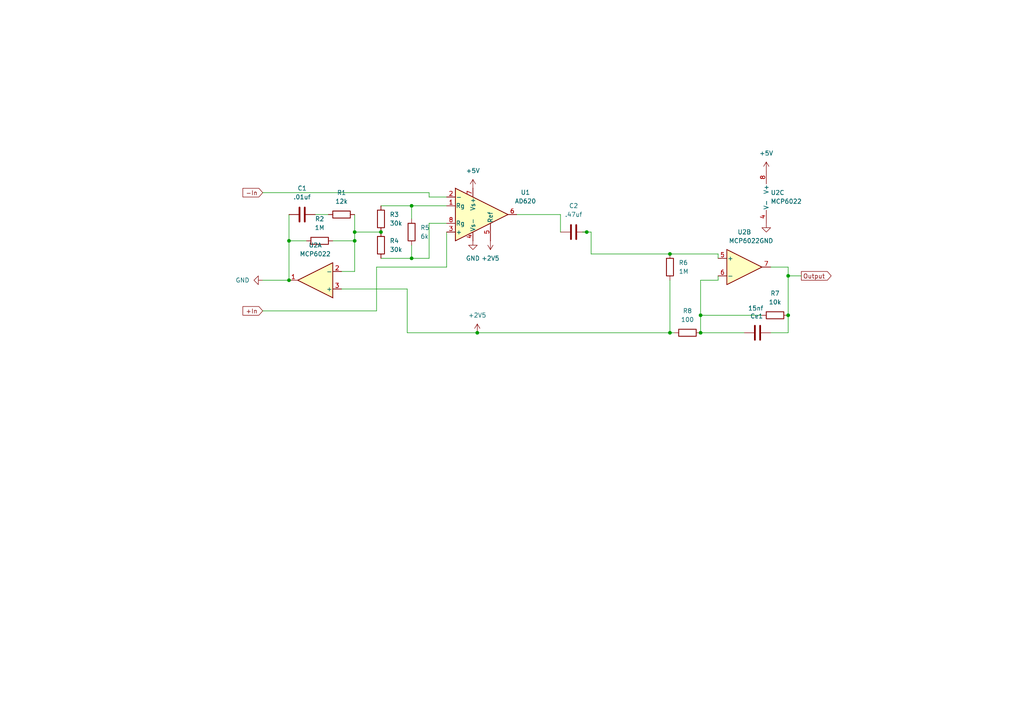
<source format=kicad_sch>
(kicad_sch (version 20250114) (generator "eeschema") (generator_version "9.0")
  (paper "A4")
  (lib_symbols
    (symbol "Amplifier_Instrumentation:AD620" (pin_names (offset 0.127))
      (property "Reference" "U" (at 3.81 7.62 0))
      (property "Value" "AD620" (at 5.08 5.08 0))
      (symbol "AD620_0_1"
        (polyline (pts (xy -7.62 7.62) (xy -7.62 -7.62) (xy 7.62 0) (xy -7.62 7.62)) (stroke (width 0.254)) (fill (type background)))
      )
      (symbol "AD620_1_1"
        (pin input line (at -10.16 5.08 0) (length 2.54) (name "-") (number "2"))
        (pin passive line (at -10.16 2.54 0) (length 2.54) (name "Rg") (number "1"))
        (pin passive line (at -10.16 -2.54 0) (length 2.54) (name "Rg") (number "8"))
        (pin input line (at -10.16 -5.08 0) (length 2.54) (name "+") (number "3"))
        (pin power_in line (at -2.54 7.62 270) (length 2.54) (name "Vs+") (number "7"))
        (pin power_in line (at -2.54 -7.62 90) (length 2.54) (name "Vs-") (number "4"))
        (pin passive line (at 2.54 -7.62 90) (length 5.08) (name "Ref") (number "5"))
        (pin output line (at 10.16 0 180) (length 2.54) (name "~") (number "6"))
      )
    )
    (symbol "Amplifier_Operational:MCP6022" (pin_names (offset 0.127))
      (property "Reference" "U" (at 0 5.08 0))
      (property "Value" "MCP6022" (at 0 -5.08 0))
      (symbol "MCP6022_1_1"
        (polyline (pts (xy -5.08 5.08) (xy 5.08 0) (xy -5.08 -5.08) (xy -5.08 5.08)) (stroke (width 0.254)) (fill (type background)))
        (pin input line (at -7.62 2.54 0) (length 2.54) (name "+") (number "3"))
        (pin input line (at -7.62 -2.54 0) (length 2.54) (name "-") (number "2"))
        (pin output line (at 7.62 0 180) (length 2.54) (name "~") (number "1"))
      )
      (symbol "MCP6022_2_1"
        (polyline (pts (xy -5.08 5.08) (xy 5.08 0) (xy -5.08 -5.08) (xy -5.08 5.08)) (stroke (width 0.254)) (fill (type background)))
        (pin input line (at -7.62 2.54 0) (length 2.54) (name "+") (number "5"))
        (pin input line (at -7.62 -2.54 0) (length 2.54) (name "-") (number "6"))
        (pin output line (at 7.62 0 180) (length 2.54) (name "~") (number "7"))
      )
      (symbol "MCP6022_3_1"
        (pin power_in line (at -2.54 7.62 270) (length 3.81) (name "V+") (number "8"))
        (pin power_in line (at -2.54 -7.62 90) (length 3.81) (name "V-") (number "4"))
      )
    )
    (symbol "Device:C" (pin_numbers (hide yes)) (pin_names (offset 0.254))
      (property "Reference" "C" (at 0.635 2.54 0))
      (property "Value" "C" (at 0.635 -2.54 0))
      (symbol "C_0_1"
        (polyline (pts (xy -2.032 0.762) (xy 2.032 0.762)) (stroke (width 0.508)))
        (polyline (pts (xy -2.032 -0.762) (xy 2.032 -0.762)) (stroke (width 0.508)))
      )
      (symbol "C_1_1"
        (pin passive line (at 0 3.81 270) (length 2.794) (name "~") (number "1"))
        (pin passive line (at 0 -3.81 90) (length 2.794) (name "~") (number "2"))
      )
    )
    (symbol "Device:R" (pin_numbers (hide yes)) (pin_names (offset 0))
      (property "Reference" "R" (at 2.032 0 90))
      (property "Value" "R" (at 0 0 90))
      (symbol "R_0_1"
        (rectangle (start -1.016 -2.54) (end 1.016 2.54) (stroke (width 0.254)))
      )
      (symbol "R_1_1"
        (pin passive line (at 0 3.81 270) (length 1.27) (name "~") (number "1"))
        (pin passive line (at 0 -3.81 90) (length 1.27) (name "~") (number "2"))
      )
    )
    (symbol "power:+2V5" (power) (pin_numbers (hide yes)) (pin_names (offset 0) (hide yes))
      (property "Value" "+2V5" (at 0 3.556 0))
      (symbol "+2V5_0_1"
        (polyline (pts (xy -0.762 1.27) (xy 0 2.54)))
        (polyline (pts (xy 0 2.54) (xy 0.762 1.27)))
        (polyline (pts (xy 0 0) (xy 0 2.54)))
      )
      (symbol "+2V5_1_1"
        (pin power_in line (at 0 0 90) (length 0) (name "~") (number "1"))
      )
    )
    (symbol "power:+5V" (power) (pin_numbers (hide yes)) (pin_names (offset 0) (hide yes))
      (property "Value" "+5V" (at 0 3.556 0))
      (symbol "+5V_0_1"
        (polyline (pts (xy -0.762 1.27) (xy 0 2.54)))
        (polyline (pts (xy 0 2.54) (xy 0.762 1.27)))
        (polyline (pts (xy 0 0) (xy 0 2.54)))
      )
      (symbol "+5V_1_1"
        (pin power_in line (at 0 0 90) (length 0) (name "~") (number "1"))
      )
    )
    (symbol "power:GND" (power) (pin_numbers (hide yes)) (pin_names (offset 0) (hide yes))
      (property "Value" "GND" (at 0 -3.81 0))
      (symbol "GND_0_1"
        (polyline (pts (xy 0 0) (xy 0 -1.27) (xy 1.27 -1.27) (xy 0 -2.54) (xy -1.27 -1.27) (xy 0 -1.27)))
      )
      (symbol "GND_1_1"
        (pin power_in line (at 0 0 270) (length 0) (name "~") (number "1"))
      )
    )
  )
  (junction (at 194.31 96.52))
  (junction (at 138.43 96.52))
  (junction (at 102.87 69.85))
  (junction (at 83.82 81.28))
  (junction (at 83.82 69.85))
  (junction (at 203.2 91.44))
  (junction (at 119.38 74.93))
  (junction (at 228.6 91.44))
  (junction (at 203.2 96.52))
  (junction (at 102.87 67.31))
  (junction (at 119.38 59.69))
  (junction (at 110.49 67.31))
  (junction (at 194.31 73.66))
  (junction (at 170.18 67.31))
  (junction (at 228.6 80.01))
  (wire (pts (xy 83.82 69.85) (xy 88.9 69.85)))
  (wire (pts (xy 119.38 74.93) (xy 124.46 74.93)))
  (wire (pts (xy 124.46 57.15) (xy 124.46 55.88)))
  (wire (pts (xy 102.87 69.85) (xy 102.87 78.74)))
  (wire (pts (xy 109.22 77.47) (xy 109.22 90.17)))
  (wire (pts (xy 208.28 80.01) (xy 208.28 81.28)))
  (wire (pts (xy 109.22 77.47) (xy 129.54 77.47)))
  (wire (pts (xy 228.6 91.44) (xy 228.6 96.52)))
  (wire (pts (xy 149.86 62.23) (xy 162.56 62.23)))
  (wire (pts (xy 129.54 67.31) (xy 129.54 77.47)))
  (wire (pts (xy 194.31 73.66) (xy 208.28 73.66)))
  (wire (pts (xy 124.46 74.93) (xy 124.46 64.77)))
  (wire (pts (xy 102.87 67.31) (xy 110.49 67.31)))
  (wire (pts (xy 194.31 81.28) (xy 194.31 96.52)))
  (wire (pts (xy 96.52 69.85) (xy 102.87 69.85)))
  (wire (pts (xy 228.6 77.47) (xy 228.6 80.01)))
  (wire (pts (xy 119.38 59.69) (xy 119.38 63.5)))
  (wire (pts (xy 203.2 91.44) (xy 220.98 91.44)))
  (wire (pts (xy 102.87 78.74) (xy 99.06 78.74)))
  (wire (pts (xy 228.6 80.01) (xy 232.41 80.01)))
  (wire (pts (xy 162.56 62.23) (xy 162.56 67.31)))
  (wire (pts (xy 110.49 59.69) (xy 119.38 59.69)))
  (wire (pts (xy 195.58 96.52) (xy 194.31 96.52)))
  (wire (pts (xy 124.46 64.77) (xy 129.54 64.77)))
  (wire (pts (xy 168.91 67.31) (xy 170.18 67.31)))
  (wire (pts (xy 118.11 96.52) (xy 138.43 96.52)))
  (wire (pts (xy 129.54 57.15) (xy 124.46 57.15)))
  (wire (pts (xy 119.38 74.93) (xy 119.38 71.12)))
  (wire (pts (xy 76.2 81.28) (xy 83.82 81.28)))
  (wire (pts (xy 102.87 67.31) (xy 102.87 69.85)))
  (wire (pts (xy 76.2 55.88) (xy 124.46 55.88)))
  (wire (pts (xy 203.2 91.44) (xy 203.2 81.28)))
  (wire (pts (xy 228.6 80.01) (xy 228.6 91.44)))
  (wire (pts (xy 76.2 90.17) (xy 109.22 90.17)))
  (wire (pts (xy 83.82 69.85) (xy 83.82 81.28)))
  (wire (pts (xy 119.38 59.69) (xy 129.54 59.69)))
  (wire (pts (xy 203.2 81.28) (xy 208.28 81.28)))
  (wire (pts (xy 118.11 83.82) (xy 99.06 83.82)))
  (wire (pts (xy 223.52 96.52) (xy 228.6 96.52)))
  (wire (pts (xy 102.87 62.23) (xy 102.87 67.31)))
  (wire (pts (xy 203.2 96.52) (xy 203.2 91.44)))
  (wire (pts (xy 110.49 74.93) (xy 119.38 74.93)))
  (wire (pts (xy 171.45 73.66) (xy 171.45 67.31)))
  (wire (pts (xy 138.43 96.52) (xy 194.31 96.52)))
  (wire (pts (xy 223.52 77.47) (xy 228.6 77.47)))
  (wire (pts (xy 83.82 81.28) (xy 85.09 81.28)))
  (wire (pts (xy 95.25 62.23) (xy 91.44 62.23)))
  (wire (pts (xy 118.11 96.52) (xy 118.11 83.82)))
  (wire (pts (xy 171.45 73.66) (xy 194.31 73.66)))
  (wire (pts (xy 208.28 73.66) (xy 208.28 74.93)))
  (wire (pts (xy 171.45 67.31) (xy 170.18 67.31)))
  (wire (pts (xy 83.82 62.23) (xy 83.82 69.85)))
  (wire (pts (xy 203.2 96.52) (xy 215.9 96.52)))
  (global_label "-In" (shape input) (at 76.2 55.88 180) (property "Intersheetrefs" "${INTERSHEET_REFS}" (effects (hide yes))))
  (global_label "Output" (shape output) (at 232.41 80.01 0) (property "Intersheetrefs" "${INTERSHEET_REFS}" (effects (hide yes))))
  (global_label "+In" (shape input) (at 76.2 90.17 180) (property "Intersheetrefs" "${INTERSHEET_REFS}" (effects (hide yes))))
  (symbol (lib_id "Device:R") (at 110.49 63.5 0) (unit 1)
    (property "Reference" "R3" (at 113.03 62.2299 0) (effects (justify left)))
    (property "Value" "30k" (at 113.03 64.7699 0) (effects (justify left)))
    (property "Footprint" "Resistor_SMD:R_1206_3216Metric_Pad1.30x1.75mm_HandSolder" (effects (hide yes)))
    (property "Description" "Resistor" (effects (hide yes)))
  )
  (symbol (lib_id "Device:R") (at 199.39 96.52 90) (unit 1)
    (property "Reference" "R8" (at 199.39 90.17 90))
    (property "Value" "100" (at 199.39 92.71 90))
    (property "Footprint" "Resistor_SMD:R_1206_3216Metric_Pad1.30x1.75mm_HandSolder" (effects (hide yes)))
    (property "Description" "Resistor" (effects (hide yes)))
  )
  (symbol (lib_id "Device:R") (at 92.71 69.85 90) (unit 1)
    (property "Reference" "R2" (at 92.71 63.5 90))
    (property "Value" "1M" (at 92.71 66.04 90))
    (property "Footprint" "Resistor_SMD:R_1206_3216Metric_Pad1.30x1.75mm_HandSolder" (effects (hide yes)))
    (property "Description" "Resistor" (effects (hide yes)))
  )
  (symbol (lib_id "Device:R") (at 224.79 91.44 270) (unit 1)
    (property "Reference" "R7" (at 224.79 85.09 90))
    (property "Value" "10k" (at 224.79 87.63 90))
    (property "Footprint" "Resistor_SMD:R_1206_3216Metric_Pad1.30x1.75mm_HandSolder" (effects (hide yes)))
    (property "Description" "Resistor" (effects (hide yes)))
  )
  (symbol (lib_id "power:GND") (at 137.16 69.85 0) (unit 1)
    (property "Reference" "#PWR02" (effects (hide yes)))
    (property "Value" "GND" (at 137.16 74.93 0))
    (property "Description" "Power symbol creates a global label with name \"GND\" , ground" (effects (hide yes)))
  )
  (symbol (lib_id "Amplifier_Operational:MCP6022") (at 91.44 81.28 180) (unit 1)
    (property "Reference" "U2" (at 91.44 71.12 0))
    (property "Value" "MCP6022" (at 91.44 73.66 0))
    (property "Footprint" "Package_SO:SOIC-8-1EP_3.9x4.9mm_P1.27mm_EP2.29x3mm" (effects (hide yes)))
    (property "Datasheet" "http://ww1.microchip.com/downloads/en/devicedoc/20001685e.pdf" (effects (hide yes)))
    (property "Description" "Dual Operational Amplifiers, Rail-to-Rail Input/Output, DIP-8/SOIC-8/TSSOP-8" (effects (hide yes)))
  )
  (symbol (lib_id "Device:C") (at 87.63 62.23 90) (unit 1)
    (property "Reference" "C1" (at 87.63 54.61 90))
    (property "Value" ".01uf" (at 87.63 57.15 90))
    (property "Footprint" "Capacitor_SMD:C_1206_3216Metric_Pad1.33x1.80mm_HandSolder" (effects (hide yes)))
    (property "Description" "Unpolarized capacitor" (effects (hide yes)))
  )
  (symbol (lib_id "Device:R") (at 110.49 71.12 0) (unit 1)
    (property "Reference" "R4" (at 113.03 69.8499 0) (effects (justify left)))
    (property "Value" "30k" (at 113.03 72.3899 0) (effects (justify left)))
    (property "Footprint" "Resistor_SMD:R_1206_3216Metric_Pad1.30x1.75mm_HandSolder" (effects (hide yes)))
    (property "Description" "Resistor" (effects (hide yes)))
  )
  (symbol (lib_id "power:+2V5") (at 142.24 69.85 180) (unit 1)
    (property "Reference" "#PWR03" (effects (hide yes)))
    (property "Value" "+2V5" (at 142.24 74.93 0))
    (property "Description" "Power symbol creates a global label with name \"+2V5\"" (effects (hide yes)))
  )
  (symbol (lib_id "power:+5V") (at 222.25 49.53 0) (unit 1)
    (property "Reference" "#PWR06" (effects (hide yes)))
    (property "Value" "+5V" (at 222.25 44.45 0))
    (property "Description" "Power symbol creates a global label with name \"+5V\"" (effects (hide yes)))
  )
  (symbol (lib_id "Amplifier_Operational:MCP6022") (at 224.79 57.15 0) (unit 3)
    (property "Reference" "U2" (at 223.52 55.8799 0) (effects (justify left)))
    (property "Value" "MCP6022" (at 223.52 58.4199 0) (effects (justify left)))
    (property "Footprint" "Package_SO:SOIC-8-1EP_3.9x4.9mm_P1.27mm_EP2.29x3mm" (effects (hide yes)))
    (property "Datasheet" "http://ww1.microchip.com/downloads/en/devicedoc/20001685e.pdf" (effects (hide yes)))
    (property "Description" "Dual Operational Amplifiers, Rail-to-Rail Input/Output, DIP-8/SOIC-8/TSSOP-8" (effects (hide yes)))
  )
  (symbol (lib_id "power:GND") (at 76.2 81.28 270) (unit 1)
    (property "Reference" "#PWR07" (effects (hide yes)))
    (property "Value" "GND" (at 72.39 81.2799 90) (effects (justify right)))
    (property "Description" "Power symbol creates a global label with name \"GND\" , ground" (effects (hide yes)))
  )
  (symbol (lib_id "Device:R") (at 119.38 67.31 0) (unit 1)
    (property "Reference" "R5" (at 121.92 66.0399 0) (effects (justify left)))
    (property "Value" "6k" (at 121.92 68.5799 0) (effects (justify left)))
    (property "Footprint" "Resistor_SMD:R_1206_3216Metric_Pad1.30x1.75mm_HandSolder" (effects (hide yes)))
    (property "Description" "Resistor" (effects (hide yes)))
  )
  (symbol (lib_id "Amplifier_Instrumentation:AD620") (at 139.7 62.23 0) (unit 1)
    (property "Reference" "U1" (at 152.4 55.8098 0))
    (property "Value" "AD620" (at 152.4 58.3498 0))
    (property "Footprint" "Package_SO:SOIC-8-1EP_3.9x4.9mm_P1.27mm_EP2.29x3mm" (effects (hide yes)))
    (property "Datasheet" "https://www.analog.com/media/en/technical-documentation/data-sheets/AD620.pdf" (effects (hide yes)))
    (property "Description" "Low Cost, Low Power, Instrumentation Amplifier, DIP-8/SOIC-8" (effects (hide yes)))
  )
  (symbol (lib_id "power:+5V") (at 137.16 54.61 0) (unit 1)
    (property "Reference" "#PWR01" (effects (hide yes)))
    (property "Value" "+5V" (at 137.16 49.53 0))
    (property "Description" "Power symbol creates a global label with name \"+5V\"" (effects (hide yes)))
  )
  (symbol (lib_id "Device:R") (at 99.06 62.23 90) (unit 1)
    (property "Reference" "R1" (at 99.06 55.88 90))
    (property "Value" "12k" (at 99.06 58.42 90))
    (property "Footprint" "Resistor_SMD:R_1206_3216Metric_Pad1.30x1.75mm_HandSolder" (effects (hide yes)))
    (property "Description" "Resistor" (effects (hide yes)))
  )
  (symbol (lib_id "power:GND") (at 222.25 64.77 0) (unit 1)
    (property "Reference" "#PWR05" (effects (hide yes)))
    (property "Value" "GND" (at 222.25 69.85 0))
    (property "Description" "Power symbol creates a global label with name \"GND\" , ground" (effects (hide yes)))
  )
  (symbol (lib_id "Amplifier_Operational:MCP6022") (at 215.9 77.47 0) (unit 2)
    (property "Reference" "U2" (at 215.9 67.31 0))
    (property "Value" "MCP6022" (at 215.9 69.85 0))
    (property "Footprint" "Package_SO:SOIC-8-1EP_3.9x4.9mm_P1.27mm_EP2.29x3mm" (effects (hide yes)))
    (property "Datasheet" "http://ww1.microchip.com/downloads/en/devicedoc/20001685e.pdf" (effects (hide yes)))
    (property "Description" "Dual Operational Amplifiers, Rail-to-Rail Input/Output, DIP-8/SOIC-8/TSSOP-8" (effects (hide yes)))
  )
  (symbol (lib_id "Device:C") (at 219.71 96.52 270) (unit 1)
    (property "Reference" "Ce1" (at 219.456 91.694 90))
    (property "Value" "15nf" (at 219.202 89.408 90))
    (property "Footprint" "Capacitor_SMD:C_1206_3216Metric_Pad1.33x1.80mm_HandSolder" (effects (hide yes)))
    (property "Description" "Unpolarized capacitor" (effects (hide yes)))
  )
  (symbol (lib_id "Device:C") (at 166.37 67.31 90) (unit 1)
    (property "Reference" "C2" (at 166.37 59.69 90))
    (property "Value" ".47uf" (at 166.37 62.23 90))
    (property "Footprint" "Capacitor_SMD:C_1206_3216Metric_Pad1.33x1.80mm_HandSolder" (effects (hide yes)))
    (property "Description" "Unpolarized capacitor" (effects (hide yes)))
  )
  (symbol (lib_id "Device:R") (at 194.31 77.47 180) (unit 1)
    (property "Reference" "R6" (at 196.85 76.1999 0) (effects (justify right)))
    (property "Value" "1M" (at 196.85 78.7399 0) (effects (justify right)))
    (property "Footprint" "Resistor_SMD:R_1206_3216Metric_Pad1.30x1.75mm_HandSolder" (effects (hide yes)))
    (property "Description" "Resistor" (effects (hide yes)))
  )
  (symbol (lib_id "power:+2V5") (at 138.43 96.52 0) (unit 1)
    (property "Reference" "#PWR04" (effects (hide yes)))
    (property "Value" "+2V5" (at 138.43 91.44 0))
    (property "Description" "Power symbol creates a global label with name \"+2V5\"" (effects (hide yes)))
  )
)
</source>
